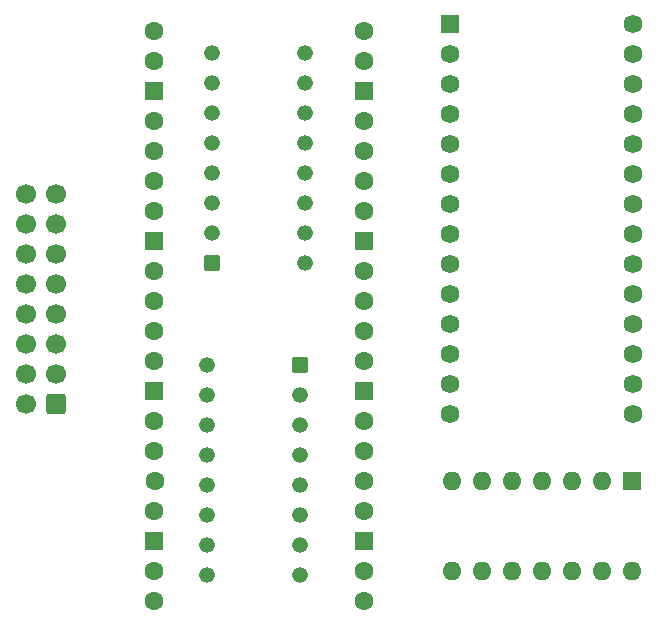
<source format=gts>
G04 #@! TF.GenerationSoftware,KiCad,Pcbnew,8.0.0*
G04 #@! TF.CreationDate,2024-03-16T14:29:00-05:00*
G04 #@! TF.ProjectId,SensorModuleBase,53656e73-6f72-44d6-9f64-756c65426173,rev?*
G04 #@! TF.SameCoordinates,Original*
G04 #@! TF.FileFunction,Soldermask,Top*
G04 #@! TF.FilePolarity,Negative*
%FSLAX46Y46*%
G04 Gerber Fmt 4.6, Leading zero omitted, Abs format (unit mm)*
G04 Created by KiCad (PCBNEW 8.0.0) date 2024-03-16 14:29:00*
%MOMM*%
%LPD*%
G01*
G04 APERTURE LIST*
G04 Aperture macros list*
%AMRoundRect*
0 Rectangle with rounded corners*
0 $1 Rounding radius*
0 $2 $3 $4 $5 $6 $7 $8 $9 X,Y pos of 4 corners*
0 Add a 4 corners polygon primitive as box body*
4,1,4,$2,$3,$4,$5,$6,$7,$8,$9,$2,$3,0*
0 Add four circle primitives for the rounded corners*
1,1,$1+$1,$2,$3*
1,1,$1+$1,$4,$5*
1,1,$1+$1,$6,$7*
1,1,$1+$1,$8,$9*
0 Add four rect primitives between the rounded corners*
20,1,$1+$1,$2,$3,$4,$5,0*
20,1,$1+$1,$4,$5,$6,$7,0*
20,1,$1+$1,$6,$7,$8,$9,0*
20,1,$1+$1,$8,$9,$2,$3,0*%
G04 Aperture macros list end*
%ADD10RoundRect,0.102000X0.565000X0.565000X-0.565000X0.565000X-0.565000X-0.565000X0.565000X-0.565000X0*%
%ADD11C,1.334000*%
%ADD12RoundRect,0.102000X-0.565000X-0.565000X0.565000X-0.565000X0.565000X0.565000X-0.565000X0.565000X0*%
%ADD13R,1.600000X1.600000*%
%ADD14O,1.600000X1.600000*%
%ADD15C,1.582000*%
%ADD16RoundRect,0.102000X-0.689000X-0.689000X0.689000X-0.689000X0.689000X0.689000X-0.689000X0.689000X0*%
%ADD17RoundRect,0.250000X0.600000X0.600000X-0.600000X0.600000X-0.600000X-0.600000X0.600000X-0.600000X0*%
%ADD18C,1.700000*%
%ADD19C,1.600000*%
%ADD20RoundRect,0.200000X-0.600000X-0.600000X0.600000X-0.600000X0.600000X0.600000X-0.600000X0.600000X0*%
G04 APERTURE END LIST*
D10*
G04 #@! TO.C,U4*
X108075000Y-67380000D03*
D11*
X108075000Y-69920000D03*
X108075000Y-72460000D03*
X108075000Y-75000000D03*
X108075000Y-77540000D03*
X108075000Y-80080000D03*
X108075000Y-82620000D03*
X108075000Y-85160000D03*
X100135000Y-85160000D03*
X100135000Y-82620000D03*
X100135000Y-80080000D03*
X100135000Y-77540000D03*
X100135000Y-75000000D03*
X100135000Y-72460000D03*
X100135000Y-69920000D03*
X100135000Y-67380000D03*
G04 #@! TD*
D12*
G04 #@! TO.C,U3*
X100560000Y-58700000D03*
D11*
X100560000Y-56160000D03*
X100560000Y-53620000D03*
X100560000Y-51080000D03*
X100560000Y-48540000D03*
X100560000Y-46000000D03*
X100560000Y-43460000D03*
X100560000Y-40920000D03*
X108500000Y-40920000D03*
X108500000Y-43460000D03*
X108500000Y-46000000D03*
X108500000Y-48540000D03*
X108500000Y-51080000D03*
X108500000Y-53620000D03*
X108500000Y-56160000D03*
X108500000Y-58700000D03*
G04 #@! TD*
D13*
G04 #@! TO.C,U2*
X136125000Y-77200000D03*
D14*
X133585000Y-77200000D03*
X131045000Y-77200000D03*
X128505000Y-77200000D03*
X125965000Y-77200000D03*
X123425000Y-77200000D03*
X120885000Y-77200000D03*
X120885000Y-84820000D03*
X123425000Y-84820000D03*
X125965000Y-84820000D03*
X128505000Y-84820000D03*
X131045000Y-84820000D03*
X133585000Y-84820000D03*
X136125000Y-84820000D03*
G04 #@! TD*
D15*
G04 #@! TO.C,U1*
X136278750Y-38490000D03*
X136278750Y-41030000D03*
X136278750Y-43570000D03*
X136278750Y-46110000D03*
X136278750Y-48650000D03*
X136278750Y-51190000D03*
X136278750Y-53730000D03*
X136278750Y-56270000D03*
X136278750Y-58810000D03*
X136278750Y-61350000D03*
X136278750Y-63890000D03*
X136278750Y-66430000D03*
X136278750Y-68970000D03*
X136278750Y-71510000D03*
X120721250Y-71510000D03*
X120721250Y-68970000D03*
X120721250Y-66430000D03*
X120721250Y-63890000D03*
X120721250Y-61350000D03*
X120721250Y-58810000D03*
X120721250Y-56270000D03*
X120721250Y-53730000D03*
X120721250Y-51190000D03*
X120721250Y-48650000D03*
X120721250Y-46110000D03*
X120721250Y-43570000D03*
X120721250Y-41030000D03*
D16*
X120721250Y-38490000D03*
G04 #@! TD*
D17*
G04 #@! TO.C,J1*
X87362500Y-70637500D03*
D18*
X84822500Y-70637500D03*
X87362500Y-68097500D03*
X84822500Y-68097500D03*
X87362500Y-65557500D03*
X84822500Y-65557500D03*
X87362500Y-63017500D03*
X84822500Y-63017500D03*
X87362500Y-60477500D03*
X84822500Y-60477500D03*
X87362500Y-57937500D03*
X84822500Y-57937500D03*
X87362500Y-55397500D03*
X84822500Y-55397500D03*
X87362500Y-52857500D03*
X84822500Y-52857500D03*
G04 #@! TD*
D19*
G04 #@! TO.C,A1*
X95710000Y-39060000D03*
X95710000Y-41600000D03*
D20*
X95710000Y-44140000D03*
D19*
X95710000Y-46680000D03*
X95710000Y-49220000D03*
X95710000Y-51760000D03*
X95710000Y-54300000D03*
D20*
X95710000Y-56840000D03*
D19*
X95710000Y-59380000D03*
X95710000Y-61920000D03*
X95710000Y-64460000D03*
X95710000Y-67000000D03*
D20*
X95710000Y-69540000D03*
D19*
X95710000Y-72080000D03*
X95710000Y-74620000D03*
X95751881Y-77160000D03*
X95710000Y-79700000D03*
D20*
X95710000Y-82240000D03*
D19*
X95710000Y-84780000D03*
X95710000Y-87320000D03*
X113490000Y-87320000D03*
X113490000Y-84780000D03*
D20*
X113490000Y-82240000D03*
D19*
X113490000Y-79700000D03*
X113490000Y-77160000D03*
X113490000Y-74620000D03*
X113490000Y-72080000D03*
D20*
X113490000Y-69540000D03*
D19*
X113490000Y-67000000D03*
X113490000Y-64460000D03*
X113490000Y-61920000D03*
X113490000Y-59380000D03*
D20*
X113490000Y-56840000D03*
D19*
X113490000Y-54300000D03*
X113490000Y-51760000D03*
X113490000Y-49220000D03*
X113490000Y-46680000D03*
D20*
X113490000Y-44140000D03*
D19*
X113490000Y-41600000D03*
X113490000Y-39060000D03*
G04 #@! TD*
M02*

</source>
